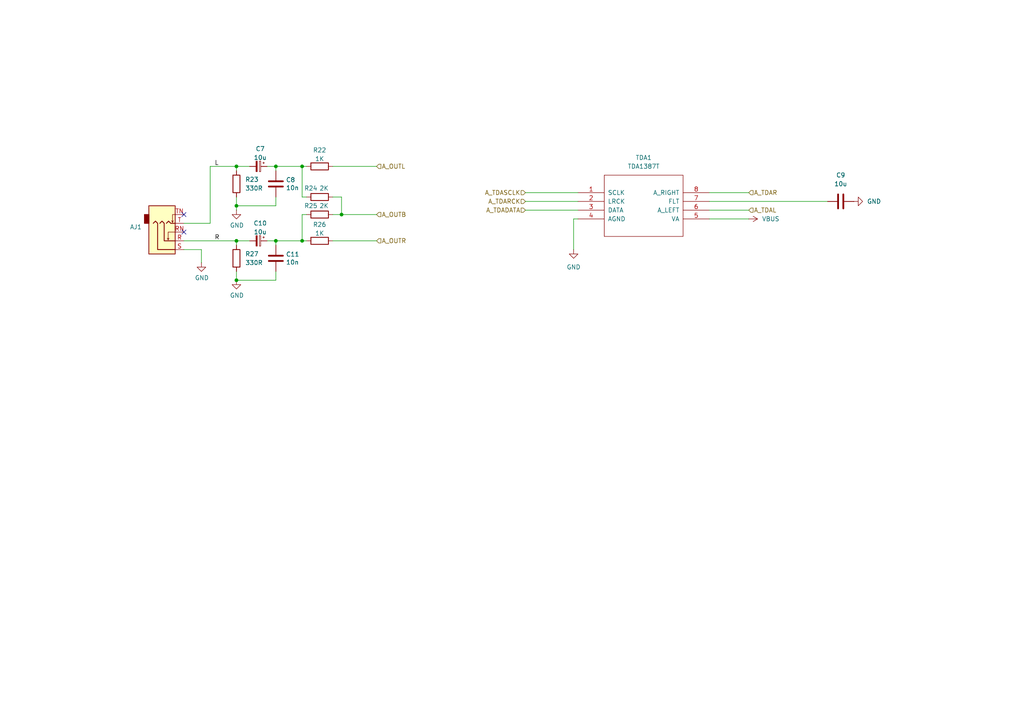
<source format=kicad_sch>
(kicad_sch (version 20250114) (generator "eeschema") (generator_version "9.0")
  (paper "A4")
  (title_block (title "FRANK RM1Z") (date "2025-03-06") (rev "1.00") (company "Mikhail Matveev") (comment 1 "https://github.com/xtremespb/frank"))
  (lib_symbols
    (symbol "Device:C" (pin_numbers (hide yes)) (pin_names (offset 0.254))
      (property "Reference" "C" (at 0.635 2.54 0))
      (property "Value" "C" (at 0.635 -2.54 0))
      (symbol "C_0_1"
        (polyline (pts (xy -2.032 0.762) (xy 2.032 0.762)) (stroke (width 0.508)))
        (polyline (pts (xy -2.032 -0.762) (xy 2.032 -0.762)) (stroke (width 0.508)))
      )
      (symbol "C_1_1"
        (pin passive line (at 0 3.81 270) (length 2.794) (name "~") (number "1"))
        (pin passive line (at 0 -3.81 90) (length 2.794) (name "~") (number "2"))
      )
    )
    (symbol "Device:C_Polarized_Small" (pin_numbers (hide yes)) (pin_names (offset 0.254) (hide yes))
      (property "Reference" "C" (at 0.254 1.778 0))
      (property "Value" "C_Polarized_Small" (at 0.254 -2.032 0))
      (symbol "C_Polarized_Small_0_1"
        (rectangle (start -1.524 0.6858) (end 1.524 0.3048))
        (rectangle (start -1.524 -0.3048) (end 1.524 -0.6858) (fill (type outline)))
        (polyline (pts (xy -1.27 1.524) (xy -0.762 1.524)))
        (polyline (pts (xy -1.016 1.27) (xy -1.016 1.778)))
      )
      (symbol "C_Polarized_Small_1_1"
        (pin passive line (at 0 2.54 270) (length 1.8542) (name "~") (number "1"))
        (pin passive line (at 0 -2.54 90) (length 1.8542) (name "~") (number "2"))
      )
    )
    (symbol "Device:R" (pin_numbers (hide yes)) (pin_names (offset 0))
      (property "Reference" "R" (at 2.032 0 90))
      (property "Value" "R" (at 0 0 90))
      (symbol "R_0_1"
        (rectangle (start -1.016 -2.54) (end 1.016 2.54) (stroke (width 0.254)))
      )
      (symbol "R_1_1"
        (pin passive line (at 0 3.81 270) (length 1.27) (name "~") (number "1"))
        (pin passive line (at 0 -3.81 90) (length 1.27) (name "~") (number "2"))
      )
    )
    (symbol "FRANK:AudioJack_3.5mm"
      (property "Reference" "AJ2" (at -7.1119 -4.0097 0))
      (symbol "AudioJack_3.5mm_0_1"
        (rectangle (start -5.08 -5.08) (end -6.35 -7.62) (stroke (width 0.254)) (fill (type outline)))
        (polyline (pts (xy -1.905 -5.08) (xy -1.27 -5.715) (xy -0.635 -5.08) (xy -0.635 0) (xy 2.54 0)) (stroke (width 0.254)))
        (polyline (pts (xy 0 -5.08) (xy 0.635 -5.715) (xy 1.27 -5.08) (xy 2.54 -5.08)) (stroke (width 0.254)))
        (polyline (pts (xy 0.508 -0.254) (xy 0.762 -0.762)))
        (polyline (pts (xy 1.778 -5.334) (xy 2.032 -5.842)))
        (rectangle (start 2.54 3.81) (end -5.08 -10.16) (stroke (width 0.254)) (fill (type background)))
        (polyline (pts (xy 2.54 2.54) (xy -2.54 2.54) (xy -2.54 -5.08) (xy -3.175 -5.715) (xy -3.81 -5.08)) (stroke (width 0.254)))
        (polyline (pts (xy 2.54 -2.54) (xy 0.508 -2.54) (xy 0.508 -0.254) (xy 0.254 -0.762)))
        (polyline (pts (xy 2.54 -7.62) (xy 1.778 -7.62) (xy 1.778 -5.334) (xy 1.524 -5.842)))
      )
      (symbol "AudioJack_3.5mm_1_1"
        (pin passive line (at 5.08 2.54 180) (length 2.54) (name "~") (number "S"))
        (pin passive line (at 5.08 0 180) (length 2.54) (name "~") (number "R"))
        (pin passive line (at 5.08 -2.54 180) (length 2.54) (name "~") (number "RN"))
        (pin passive line (at 5.08 -5.08 180) (length 2.54) (name "~") (number "T"))
        (pin passive line (at 5.08 -7.62 180) (length 2.54) (name "~") (number "TN"))
      )
    )
    (symbol "FRANK:TDA1387T" (pin_names (offset 1.016))
      (property "Reference" "TDA1" (at 0 13.97 0))
      (property "Value" "TDA1387T" (at 0 11.43 0))
      (symbol "TDA1387T_1_0"
        (rectangle (start -11.43 -8.89) (end 11.43 8.89))
      )
      (symbol "TDA1387T_1_1"
        (pin input line (at -19.05 3.81 0) (length 7.62) (name "SCLK") (number "1"))
        (pin input line (at -19.05 1.27 0) (length 7.62) (name "LRCK") (number "2"))
        (pin input line (at -19.05 -1.27 0) (length 7.62) (name "DATA") (number "3"))
        (pin input line (at -19.05 -3.81 0) (length 7.62) (name "AGND") (number "4"))
        (pin input line (at 19.05 3.81 180) (length 7.62) (name "A_RIGHT") (number "8"))
        (pin input line (at 19.05 1.27 180) (length 7.62) (name "FLT") (number "7"))
        (pin input line (at 19.05 -1.27 180) (length 7.62) (name "A_LEFT") (number "6"))
        (pin input line (at 19.05 -3.81 180) (length 7.62) (name "VA") (number "5"))
      )
    )
    (symbol "GND_1" (power) (pin_numbers (hide yes)) (pin_names (offset 0) (hide yes))
      (property "Value" "GND" (at 0 -3.81 0))
      (symbol "GND_1_0_1"
        (polyline (pts (xy 0 0) (xy 0 -1.27) (xy 1.27 -1.27) (xy 0 -2.54) (xy -1.27 -1.27) (xy 0 -1.27)))
      )
      (symbol "GND_1_1_1"
        (pin power_in line (at 0 0 270) (length 0) (name "~") (number "1"))
      )
    )
    (symbol "GND_2" (power) (pin_numbers (hide yes)) (pin_names (offset 0) (hide yes))
      (property "Value" "GND" (at 0 -3.81 0))
      (symbol "GND_2_0_1"
        (polyline (pts (xy 0 0) (xy 0 -1.27) (xy 1.27 -1.27) (xy 0 -2.54) (xy -1.27 -1.27) (xy 0 -1.27)))
      )
      (symbol "GND_2_1_1"
        (pin power_in line (at 0 0 270) (length 0) (name "~") (number "1"))
      )
    )
    (symbol "GND_3" (power) (pin_numbers (hide yes)) (pin_names (offset 0) (hide yes))
      (property "Value" "GND" (at 0 -3.81 0))
      (symbol "GND_3_0_1"
        (polyline (pts (xy 0 0) (xy 0 -1.27) (xy 1.27 -1.27) (xy 0 -2.54) (xy -1.27 -1.27) (xy 0 -1.27)))
      )
      (symbol "GND_3_1_1"
        (pin power_in line (at 0 0 270) (length 0) (name "~") (number "1"))
      )
    )
    (symbol "GND_6" (power) (pin_numbers (hide yes)) (pin_names (offset 0) (hide yes))
      (property "Value" "GND" (at 0 -3.81 0))
      (symbol "GND_6_0_1"
        (polyline (pts (xy 0 0) (xy 0 -1.27) (xy 1.27 -1.27) (xy 0 -2.54) (xy -1.27 -1.27) (xy 0 -1.27)))
      )
      (symbol "GND_6_1_1"
        (pin power_in line (at 0 0 270) (length 0) (name "~") (number "1"))
      )
    )
    (symbol "power:GND" (power) (pin_numbers (hide yes)) (pin_names (offset 0) (hide yes))
      (property "Value" "GND" (at 0 -3.81 0))
      (symbol "GND_0_1"
        (polyline (pts (xy 0 0) (xy 0 -1.27) (xy 1.27 -1.27) (xy 0 -2.54) (xy -1.27 -1.27) (xy 0 -1.27)))
      )
      (symbol "GND_1_1"
        (pin power_in line (at 0 0 270) (length 0) (name "~") (number "1"))
      )
    )
    (symbol "power:VBUS" (power) (pin_numbers (hide yes)) (pin_names (offset 0) (hide yes))
      (property "Value" "VBUS" (at 0 3.556 0))
      (symbol "VBUS_0_1"
        (polyline (pts (xy -0.762 1.27) (xy 0 2.54)))
        (polyline (pts (xy 0 2.54) (xy 0.762 1.27)))
        (polyline (pts (xy 0 0) (xy 0 2.54)))
      )
      (symbol "VBUS_1_1"
        (pin power_in line (at 0 0 90) (length 0) (name "~") (number "1"))
      )
    )
  )
  (junction (at 68.58 48.26))
  (junction (at 87.63 69.85))
  (junction (at 68.58 59.69))
  (junction (at 99.06 62.23))
  (junction (at 68.58 81.28))
  (junction (at 80.01 69.85))
  (junction (at 68.58 69.85))
  (junction (at 87.63 48.26))
  (junction (at 80.01 48.26))
  (no_connect (at 53.34 62.23))
  (no_connect (at 53.34 67.31))
  (wire (pts (xy 80.01 69.85) (xy 87.63 69.85)))
  (wire (pts (xy 80.01 69.85) (xy 77.47 69.85)))
  (wire (pts (xy 80.01 48.26) (xy 87.63 48.26)))
  (wire (pts (xy 60.96 48.26) (xy 68.58 48.26)))
  (wire (pts (xy 152.4 55.88) (xy 167.64 55.88)))
  (wire (pts (xy 88.9 62.23) (xy 87.63 62.23)))
  (wire (pts (xy 80.01 81.28) (xy 68.58 81.28)))
  (wire (pts (xy 53.34 72.39) (xy 58.42 72.39)))
  (wire (pts (xy 68.58 57.15) (xy 68.58 59.69)))
  (wire (pts (xy 87.63 69.85) (xy 88.9 69.85)))
  (wire (pts (xy 80.01 59.69) (xy 68.58 59.69)))
  (wire (pts (xy 80.01 48.26) (xy 77.47 48.26)))
  (wire (pts (xy 53.34 64.77) (xy 60.96 64.77)))
  (wire (pts (xy 205.74 60.96) (xy 217.17 60.96)))
  (wire (pts (xy 53.34 69.85) (xy 68.58 69.85)))
  (wire (pts (xy 152.4 60.96) (xy 167.64 60.96)))
  (wire (pts (xy 87.63 48.26) (xy 88.9 48.26)))
  (wire (pts (xy 72.39 69.85) (xy 68.58 69.85)))
  (wire (pts (xy 99.06 62.23) (xy 96.52 62.23)))
  (wire (pts (xy 80.01 49.53) (xy 80.01 48.26)))
  (wire (pts (xy 80.01 57.15) (xy 80.01 59.69)))
  (wire (pts (xy 88.9 57.15) (xy 87.63 57.15)))
  (wire (pts (xy 205.74 63.5) (xy 217.17 63.5)))
  (wire (pts (xy 68.58 48.26) (xy 68.58 49.53)))
  (wire (pts (xy 68.58 59.69) (xy 68.58 60.96)))
  (wire (pts (xy 205.74 55.88) (xy 217.17 55.88)))
  (wire (pts (xy 96.52 48.26) (xy 109.22 48.26)))
  (wire (pts (xy 68.58 69.85) (xy 68.58 71.12)))
  (wire (pts (xy 96.52 57.15) (xy 99.06 57.15)))
  (wire (pts (xy 96.52 69.85) (xy 109.22 69.85)))
  (wire (pts (xy 205.74 58.42) (xy 240.03 58.42)))
  (wire (pts (xy 60.96 48.26) (xy 60.96 64.77)))
  (wire (pts (xy 68.58 78.74) (xy 68.58 81.28)))
  (wire (pts (xy 99.06 62.23) (xy 109.22 62.23)))
  (wire (pts (xy 99.06 57.15) (xy 99.06 62.23)))
  (wire (pts (xy 80.01 78.74) (xy 80.01 81.28)))
  (wire (pts (xy 58.42 72.39) (xy 58.42 76.2)))
  (wire (pts (xy 72.39 48.26) (xy 68.58 48.26)))
  (wire (pts (xy 80.01 71.12) (xy 80.01 69.85)))
  (wire (pts (xy 167.64 63.5) (xy 166.37 63.5)))
  (wire (pts (xy 152.4 58.42) (xy 167.64 58.42)))
  (wire (pts (xy 87.63 62.23) (xy 87.63 69.85)))
  (wire (pts (xy 166.37 63.5) (xy 166.37 72.39)))
  (wire (pts (xy 87.63 48.26) (xy 87.63 57.15)))
  (label "L" (at 62.23 48.26 0))
  (label "R" (at 62.23 69.85 0))
  (hierarchical_label "A_OUTL" (shape input) (at 109.22 48.26 0))
  (hierarchical_label "A_OUTB" (shape input) (at 109.22 62.23 0))
  (hierarchical_label "A_TDAL" (shape input) (at 217.17 60.96 0))
  (hierarchical_label "A_TDASCLK" (shape input) (at 152.4 55.88 180))
  (hierarchical_label "A_TDAR" (shape input) (at 217.17 55.88 0))
  (hierarchical_label "A_TDARCK" (shape input) (at 152.4 58.42 180))
  (hierarchical_label "A_OUTR" (shape input) (at 109.22 69.85 0))
  (hierarchical_label "A_TDADATA" (shape input) (at 152.4 60.96 180))
  (symbol (lib_id "power:GND") (at 166.37 72.39 0) (unit 1)
    (property "Reference" "#PWR045" (effects (hide yes)))
    (property "Value" "GND" (at 166.37 77.47 0))
    (property "Description" "Power symbol creates a global label with name \"GND\" , ground" (effects (hide yes)))
  )
  (symbol (lib_id "Device:R") (at 92.71 57.15 90) (unit 1)
    (property "Reference" "R24" (at 90.17 54.61 90))
    (property "Value" "2K" (at 93.98 54.61 90))
    (property "Footprint" "FRANK:Resistor (0805)" (effects (hide yes)))
    (property "Datasheet" "https://www.vishay.com/docs/28952/mcs0402at-mct0603at-mcu0805at-mca1206at.pdf" (effects (hide yes)))
    (property "AliExpress" "https://www.aliexpress.com/item/1005005945735199.html" (effects (hide yes)))
  )
  (symbol (lib_id "Device:C_Polarized_Small") (at 74.93 69.85 270) (unit 1)
    (property "Reference" "C10" (at 75.4761 64.7532 90))
    (property "Value" "10u" (at 75.4761 67.2901 90))
    (property "Footprint" "FRANK:Capacitor (3528, tantalum, polar)" (effects (hide yes)))
    (property "Datasheet" "https://eu.mouser.com/datasheet/2/447/KEM_T2005_T491-3316937.pdf" (effects (hide yes)))
    (property "AliExpress" "https://www.aliexpress.com/item/1005006870280809.html" (effects (hide yes)))
  )
  (symbol (lib_id "Device:C") (at 243.84 58.42 90) (unit 1)
    (property "Reference" "C9" (at 243.84 50.8 90))
    (property "Value" "10u" (at 243.84 53.34 90))
    (property "Footprint" "FRANK:Capacitor (0805)" (effects (hide yes)))
    (property "Description" "Unpolarized capacitor" (effects (hide yes)))
    (property "AliExpress" "https://www.aliexpress.com/item/1005006870280809.html" (effects (hide yes)))
  )
  (symbol (lib_id "Device:R") (at 92.71 69.85 90) (unit 1)
    (property "Reference" "R26" (at 92.71 65.1342 90))
    (property "Value" "1K" (at 92.71 67.6711 90))
    (property "Footprint" "FRANK:Resistor (0805)" (effects (hide yes)))
    (property "Datasheet" "https://www.vishay.com/docs/28952/mcs0402at-mct0603at-mcu0805at-mca1206at.pdf" (effects (hide yes)))
    (property "AliExpress" "https://www.aliexpress.com/item/1005005945735199.html" (effects (hide yes)))
  )
  (symbol (lib_id "Device:R") (at 68.58 74.93 0) (unit 1)
    (property "Reference" "R27" (at 71.12 73.6599 0) (effects (justify left)))
    (property "Value" "330R" (at 71.12 76.1999 0) (effects (justify left)))
    (property "Footprint" "FRANK:Resistor (0805)" (effects (hide yes)))
    (property "Datasheet" "https://www.vishay.com/docs/28952/mcs0402at-mct0603at-mcu0805at-mca1206at.pdf" (effects (hide yes)))
    (property "AliExpress" "https://www.aliexpress.com/item/1005005945735199.html" (effects (hide yes)))
  )
  (symbol (lib_id "Device:R") (at 92.71 62.23 90) (unit 1)
    (property "Reference" "R25" (at 90.17 59.69 90))
    (property "Value" "2K" (at 93.98 59.69 90))
    (property "Footprint" "FRANK:Resistor (0805)" (effects (hide yes)))
    (property "Datasheet" "https://www.vishay.com/docs/28952/mcs0402at-mct0603at-mcu0805at-mca1206at.pdf" (effects (hide yes)))
    (property "AliExpress" "https://www.aliexpress.com/item/1005005945735199.html" (effects (hide yes)))
  )
  (symbol (lib_name "GND_3") (lib_id "power:GND") (at 68.58 60.96 0) (unit 1)
    (property "Reference" "#PWR043" (effects (hide yes)))
    (property "Value" "GND" (at 68.707 65.3542 0))
    (property "Description" "Power symbol creates a global label with name \"GND\" , ground" (effects (hide yes)))
  )
  (symbol (lib_id "Device:R") (at 92.71 48.26 90) (unit 1)
    (property "Reference" "R22" (at 92.71 43.5442 90))
    (property "Value" "1K" (at 92.71 46.0811 90))
    (property "Footprint" "FRANK:Resistor (0805)" (effects (hide yes)))
    (property "Datasheet" "https://www.vishay.com/docs/28952/mcs0402at-mct0603at-mcu0805at-mca1206at.pdf" (effects (hide yes)))
    (property "AliExpress" "https://www.aliexpress.com/item/1005005945735199.html" (effects (hide yes)))
  )
  (symbol (lib_id "FRANK:TDA1387T") (at 186.69 59.69 0) (unit 1)
    (property "Reference" "TDA1" (at 186.69 45.72 0))
    (property "Value" "TDA1387T" (at 186.69 48.26 0))
    (property "Footprint" "FRANK:SOIC-8" (effects (hide yes)))
    (property "Datasheet" "https://github.com/xtremespb/frank/raw/refs/heads/minifrank_rev2/DOCS/TDA1387T.pdf" (effects (hide yes)))
    (property "AliExpress" "https://www.aliexpress.com/item/32995595000.html" (effects (hide yes)))
  )
  (symbol (lib_name "GND_6") (lib_id "power:GND") (at 247.65 58.42 90) (unit 1)
    (property "Reference" "#PWR042" (effects (hide yes)))
    (property "Value" "GND" (at 251.46 58.4199 90) (effects (justify right)))
    (property "Description" "Power symbol creates a global label with name \"GND\" , ground" (effects (hide yes)))
  )
  (symbol (lib_id "FRANK:AudioJack_3.5mm") (at 48.26 69.85 0) (mirror x) (unit 1)
    (property "Reference" "AJ1" (at 41.1481 65.8403 0) (effects (justify right)))
    (property "Value" "PJ-320D" (effects (hide yes)))
    (property "Footprint" "FRANK:Jack (3.5mm, PJ-320D)" (effects (hide yes)))
    (property "Datasheet" "https://www.lcsc.com/datasheet/lcsc_datasheet_1810121716_Korean-Hroparts-Elec-PJ-320D-4A_C95562.pdf" (effects (hide yes)))
    (property "AliExpress" "https://www.aliexpress.com/item/4001158231104.html" (effects (hide yes)))
  )
  (symbol (lib_id "power:VBUS") (at 217.17 63.5 270) (unit 1)
    (property "Reference" "#PWR044" (effects (hide yes)))
    (property "Value" "VBUS" (at 220.98 63.4999 90) (effects (justify left)))
    (property "Description" "Power symbol creates a global label with name \"VBUS\"" (effects (hide yes)))
  )
  (symbol (lib_id "Device:C") (at 80.01 74.93 0) (unit 1)
    (property "Reference" "C11" (at 82.931 73.7616 0) (effects (justify left)))
    (property "Value" "10n" (at 82.931 76.073 0) (effects (justify left)))
    (property "Footprint" "FRANK:Capacitor (0805)" (effects (hide yes)))
    (property "Datasheet" "https://eu.mouser.com/datasheet/2/40/KGM_X7R-3223212.pdf" (effects (hide yes)))
    (property "AliExpress" "https://www.aliexpress.com/item/33008008276.html" (effects (hide yes)))
  )
  (symbol (lib_id "Device:C") (at 80.01 53.34 0) (unit 1)
    (property "Reference" "C8" (at 82.931 52.1716 0) (effects (justify left)))
    (property "Value" "10n" (at 82.931 54.483 0) (effects (justify left)))
    (property "Footprint" "FRANK:Capacitor (0805)" (effects (hide yes)))
    (property "Datasheet" "https://eu.mouser.com/datasheet/2/40/KGM_X7R-3223212.pdf" (effects (hide yes)))
    (property "AliExpress" "https://www.aliexpress.com/item/33008008276.html" (effects (hide yes)))
  )
  (symbol (lib_id "Device:C_Polarized_Small") (at 74.93 48.26 270) (unit 1)
    (property "Reference" "C7" (at 75.4761 43.1632 90))
    (property "Value" "10u" (at 75.4761 45.7001 90))
    (property "Footprint" "FRANK:Capacitor (3528, tantalum, polar)" (effects (hide yes)))
    (property "Datasheet" "https://eu.mouser.com/datasheet/2/447/KEM_T2005_T491-3316937.pdf" (effects (hide yes)))
    (property "AliExpress" "https://www.aliexpress.com/item/1005006870280809.html" (effects (hide yes)))
  )
  (symbol (lib_name "GND_2") (lib_id "power:GND") (at 68.58 81.28 0) (unit 1)
    (property "Reference" "#PWR047" (effects (hide yes)))
    (property "Value" "GND" (at 68.707 85.6742 0))
    (property "Description" "Power symbol creates a global label with name \"GND\" , ground" (effects (hide yes)))
  )
  (symbol (lib_id "Device:R") (at 68.58 53.34 0) (unit 1)
    (property "Reference" "R23" (at 71.12 52.0699 0) (effects (justify left)))
    (property "Value" "330R" (at 71.12 54.6099 0) (effects (justify left)))
    (property "Footprint" "FRANK:Resistor (0805)" (effects (hide yes)))
    (property "Datasheet" "https://www.vishay.com/docs/28952/mcs0402at-mct0603at-mcu0805at-mca1206at.pdf" (effects (hide yes)))
    (property "AliExpress" "https://www.aliexpress.com/item/1005005945735199.html" (effects (hide yes)))
  )
  (symbol (lib_name "GND_1") (lib_id "power:GND") (at 58.42 76.2 0) (unit 1)
    (property "Reference" "#PWR046" (effects (hide yes)))
    (property "Value" "GND" (at 58.547 80.5942 0))
    (property "Description" "Power symbol creates a global label with name \"GND\" , ground" (effects (hide yes)))
  )
)
</source>
